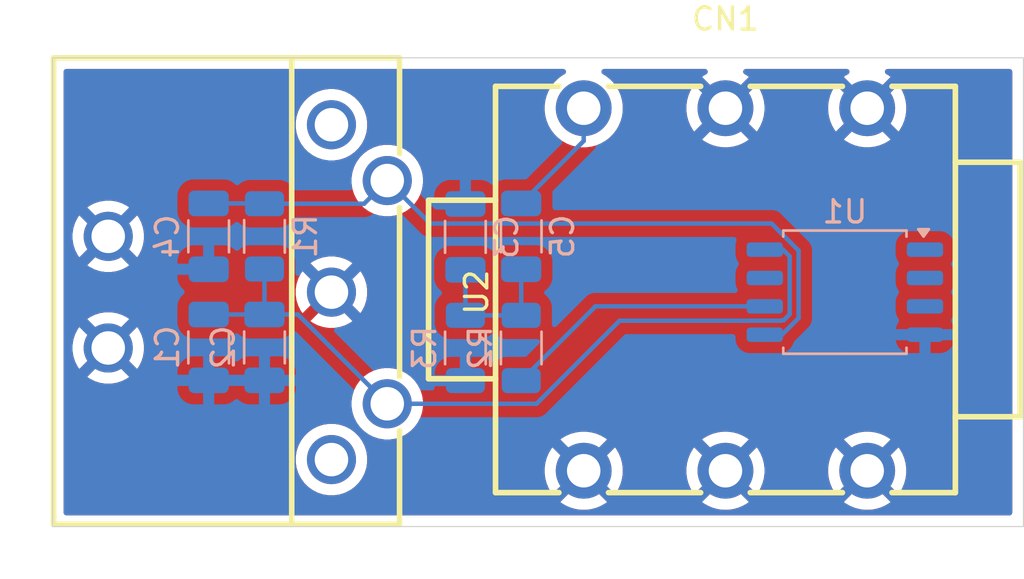
<source format=kicad_pcb>
(kicad_pcb (version 20241229) (generator "pcbnew") (generator_version "9.0")
  (layers (0 "F.Cu" signal) (2 "B.Cu" signal) (13 "F.Paste" user) (15 "B.Paste" user) (5 "F.SilkS" user "F.Silkscreen") (7 "B.SilkS" user "B.Silkscreen") (1 "F.Mask" user) (3 "B.Mask" user) (25 "Edge.Cuts" user))
  (net 0 "")
  (net 1 "Net-(U1-VCC)")
  (net 2 "Net-(C3-Pad1)")
  (net 3 "Net-(U1-AREF{slash}PB0)")
  (net 4 "Net-(U1-PB1)")
  (net 11 "Net-(CN1-R)")
  (net 12 "Net-(CN1-T)")
  (footprint "din5:CONN-TH_DIN-504D-M5" (layer "F.Cu") (at 23.75 25.5 -90)
    (property "Reference" "U2" (at 0 -10.25 90) (layer "F.SilkS"))
    (property "Value" "DIN-504D-M5")
    (fp_line (start -10.5 8.7) (end -10.5 -6.8) (stroke (width 0.25)) (layer "F.SilkS"))
    (fp_line (start 10.4 8.7) (end -10.5 8.7) (stroke (width 0.25)) (layer "F.SilkS"))
    (fp_line (start -10.5 -1.97) (end 10.4 -1.97) (stroke (width 0.25)) (layer "F.SilkS"))
    (fp_line (start -10.5 -6.8) (end -6.21 -6.8) (stroke (width 0.25)) (layer "F.SilkS"))
    (fp_line (start -3.79 -6.8) (end 3.79 -6.8) (stroke (width 0.25)) (layer "F.SilkS"))
    (fp_line (start 6.21 -6.8) (end 10.4 -6.8) (stroke (width 0.25)) (layer "F.SilkS"))
    (fp_line (start 10.4 -6.8) (end 10.4 8.7) (stroke (width 0.25)) (layer "F.SilkS"))
    (pad "1" thru_hole circle (at 7.5 -3.75 270) (size 2.2 2.2) (drill 1.500022) (layers "*.Cu" "*.Mask"))
    (pad "2" thru_hole circle (at 0 -3.75 270) (size 2.2 2.2) (drill 1.500022) (layers "*.Cu" "*.Mask") (net 11 "Net-(CN1-R)"))
    (pad "3" thru_hole circle (at -7.5 -3.75 270) (size 2.2 2.2) (drill 1.500022) (layers "*.Cu" "*.Mask"))
    (pad "4" thru_hole circle (at 5 -6.25 270) (size 2.2 2.2) (drill 1.500022) (layers "*.Cu" "*.Mask") (net 1 "Net-(U1-VCC)"))
    (pad "5" thru_hole circle (at -5 -6.25 270) (size 2.2 2.2) (drill 1.500022) (layers "*.Cu" "*.Mask") (net 3 "Net-(U1-AREF{slash}PB0)"))
    (pad "6" thru_hole circle (at -2.5 6.25 270) (size 2.2 2.2) (drill 1.500022) (layers "*.Cu" "*.Mask") (net 11 "Net-(CN1-R)"))
    (pad "7" thru_hole circle (at 2.5 6.25 270) (size 2.2 2.2) (drill 1.500022) (layers "*.Cu" "*.Mask") (net 11 "Net-(CN1-R)"))
  )
  (footprint "audio:AUDIO-TH_NMJ6HCD2" (layer "F.Cu") (at 45.15 25.38)
    (property "Reference" "CN1" (at 0 -12.12 0) (layer "F.SilkS"))
    (property "Value" "NMJ6HCD2")
    (fp_line (start -13.3 -4) (end -10.3 -4) (stroke (width 0.25)) (layer "F.SilkS"))
    (fp_line (start -13.3 4) (end -13.3 -4) (stroke (width 0.25)) (layer "F.SilkS"))
    (fp_line (start -10.3 -9.1) (end -7.46 -9.1) (stroke (width 0.25)) (layer "F.SilkS"))
    (fp_line (start -10.3 -4) (end -10.3 -9.1) (stroke (width 0.25)) (layer "F.SilkS"))
    (fp_line (start -10.3 -4) (end -10.3 4) (stroke (width 0.25)) (layer "F.SilkS"))
    (fp_line (start -10.3 4) (end -13.3 4) (stroke (width 0.25)) (layer "F.SilkS"))
    (fp_line (start -10.3 9.1) (end -10.3 4) (stroke (width 0.25)) (layer "F.SilkS"))
    (fp_line (start -7.46 9.1) (end -10.3 9.1) (stroke (width 0.25)) (layer "F.SilkS"))
    (fp_line (start -5.24 -9.1) (end -1.11 -9.1) (stroke (width 0.25)) (layer "F.SilkS"))
    (fp_line (start -1.11 9.1) (end -5.24 9.1) (stroke (width 0.25)) (layer "F.SilkS"))
    (fp_line (start 1.11 -9.1) (end 5.24 -9.1) (stroke (width 0.25)) (layer "F.SilkS"))
    (fp_line (start 5.24 9.1) (end 1.11 9.1) (stroke (width 0.25)) (layer "F.SilkS"))
    (fp_line (start 7.46 -9.1) (end 10.3 -9.1) (stroke (width 0.25)) (layer "F.SilkS"))
    (fp_line (start 10.3 -9.1) (end 10.3 -5.7) (stroke (width 0.25)) (layer "F.SilkS"))
    (fp_line (start 10.3 -5.7) (end 10.3 5.77) (stroke (width 0.25)) (layer "F.SilkS"))
    (fp_line (start 10.3 -5.7) (end 13.2 -5.7) (stroke (width 0.25)) (layer "F.SilkS"))
    (fp_line (start 10.3 5.7) (end 10.3 9.1) (stroke (width 0.25)) (layer "F.SilkS"))
    (fp_line (start 10.3 9.1) (end 7.46 9.1) (stroke (width 0.25)) (layer "F.SilkS"))
    (fp_line (start 13.2 -5.7) (end 13.2 5.7) (stroke (width 0.25)) (layer "F.SilkS"))
    (fp_line (start 13.2 5.7) (end 10.3 5.7) (stroke (width 0.25)) (layer "F.SilkS"))
    (pad "1" thru_hole circle (at -6.35 -8.12) (size 2.5 2.5) (drill 1.500022) (layers "*.Cu" "*.Mask") (net 12 "Net-(CN1-T)"))
    (pad "2" thru_hole circle (at 0 -8.12) (size 2.5 2.5) (drill 1.500022) (layers "*.Cu" "*.Mask") (net 11 "Net-(CN1-R)"))
    (pad "3" thru_hole circle (at 6.35 -8.12) (size 2.5 2.5) (drill 1.500022) (layers "*.Cu" "*.Mask") (net 11 "Net-(CN1-R)"))
    (pad "4" thru_hole circle (at -6.35 8.12) (size 2.5 2.5) (drill 1.500022) (layers "*.Cu" "*.Mask") (net 11 "Net-(CN1-R)"))
    (pad "5" thru_hole circle (at 0 8.12) (size 2.5 2.5) (drill 1.500022) (layers "*.Cu" "*.Mask") (net 11 "Net-(CN1-R)"))
    (pad "6" thru_hole circle (at 6.35 8.12) (size 2.5 2.5) (drill 1.500022) (layers "*.Cu" "*.Mask") (net 11 "Net-(CN1-R)"))
  )
  (footprint "Capacitor_SMD:C_1206_3216Metric" (layer "B.Cu") (at 22 23 -90)
    (property "Reference" "C4" (at 0 1.85 90) (layer "B.SilkS") (effects (justify mirror)))
    (property "Value" "1nF")
    (fp_line (start -0.711252 0.91) (end 0.711252 0.91) (stroke (width 0.12)) (layer "B.SilkS"))
    (fp_line (start -0.711252 -0.91) (end 0.711252 -0.91) (stroke (width 0.12)) (layer "B.SilkS"))
    (pad "1" smd roundrect (at -1.475 0 270) (size 1.15 1.8) (layers "B.Cu" "B.Mask" "B.Paste") (roundrect_rratio 0.217391) (net 3 "Net-(U1-AREF{slash}PB0)"))
    (pad "2" smd roundrect (at 1.475 0 270) (size 1.15 1.8) (layers "B.Cu" "B.Mask" "B.Paste") (roundrect_rratio 0.217391) (net 11 "Net-(CN1-R)"))
  )
  (footprint "Capacitor_SMD:C_1206_3216Metric" (layer "B.Cu") (at 24.5 27.975 -90)
    (property "Reference" "C2" (at 0 1.85 90) (layer "B.SilkS") (effects (justify mirror)))
    (property "Value" "100nF")
    (fp_line (start -0.711252 0.91) (end 0.711252 0.91) (stroke (width 0.12)) (layer "B.SilkS"))
    (fp_line (start -0.711252 -0.91) (end 0.711252 -0.91) (stroke (width 0.12)) (layer "B.SilkS"))
    (pad "1" smd roundrect (at -1.475 0 270) (size 1.15 1.8) (layers "B.Cu" "B.Mask" "B.Paste") (roundrect_rratio 0.217391) (net 1 "Net-(U1-VCC)"))
    (pad "2" smd roundrect (at 1.475 0 270) (size 1.15 1.8) (layers "B.Cu" "B.Mask" "B.Paste") (roundrect_rratio 0.217391) (net 11 "Net-(CN1-R)"))
  )
  (footprint "Resistor_SMD:R_1206_3216Metric" (layer "B.Cu") (at 33.5 28 -90)
    (property "Reference" "R3" (at 0 1.83 90) (layer "B.SilkS") (effects (justify mirror)))
    (property "Value" "10k")
    (fp_line (start -0.727064 0.91) (end 0.727064 0.91) (stroke (width 0.12)) (layer "B.SilkS"))
    (fp_line (start -0.727064 -0.91) (end 0.727064 -0.91) (stroke (width 0.12)) (layer "B.SilkS"))
    (pad "1" smd roundrect (at -1.4625 0 270) (size 1.125 1.75) (layers "B.Cu" "B.Mask" "B.Paste") (roundrect_rratio 0.222222) (net 2 "Net-(C3-Pad1)"))
    (pad "2" smd roundrect (at 1.4625 0 270) (size 1.125 1.75) (layers "B.Cu" "B.Mask" "B.Paste") (roundrect_rratio 0.222222) (net 11 "Net-(CN1-R)"))
  )
  (footprint "Capacitor_SMD:C_1206_3216Metric" (layer "B.Cu") (at 33.5 23.025 90)
    (property "Reference" "C3" (at 0 1.85 90) (layer "B.SilkS") (effects (justify mirror)))
    (property "Value" "1nF")
    (fp_line (start -0.711252 -0.91) (end 0.711252 -0.91) (stroke (width 0.12)) (layer "B.SilkS"))
    (fp_line (start -0.711252 0.91) (end 0.711252 0.91) (stroke (width 0.12)) (layer "B.SilkS"))
    (pad "1" smd roundrect (at -1.475 0 90) (size 1.15 1.8) (layers "B.Cu" "B.Mask" "B.Paste") (roundrect_rratio 0.217391) (net 2 "Net-(C3-Pad1)"))
    (pad "2" smd roundrect (at 1.475 0 90) (size 1.15 1.8) (layers "B.Cu" "B.Mask" "B.Paste") (roundrect_rratio 0.217391) (net 11 "Net-(CN1-R)"))
  )
  (footprint "Package_SO:SOIC-8_5.3x5.3mm_P1.27mm" (layer "B.Cu") (at 50.5 25.5 180)
    (property "Reference" "U1" (at 0 3.6 0) (layer "B.SilkS") (effects (justify mirror)))
    (property "Value" "ATtiny85-20S")
    (fp_line (start 2.76 2.76) (end 2.76 2.49) (stroke (width 0.12)) (layer "B.SilkS"))
    (fp_line (start 2.76 -2.76) (end 2.76 -2.49) (stroke (width 0.12)) (layer "B.SilkS"))
    (fp_line (start 0 2.76) (end 2.76 2.76) (stroke (width 0.12)) (layer "B.SilkS"))
    (fp_line (start 0 2.76) (end -2.76 2.76) (stroke (width 0.12)) (layer "B.SilkS"))
    (fp_line (start 0 -2.76) (end 2.76 -2.76) (stroke (width 0.12)) (layer "B.SilkS"))
    (fp_line (start 0 -2.76) (end -2.76 -2.76) (stroke (width 0.12)) (layer "B.SilkS"))
    (fp_line (start -2.76 2.76) (end -2.76 2.49) (stroke (width 0.12)) (layer "B.SilkS"))
    (fp_line (start -2.76 -2.76) (end -2.76 -2.49) (stroke (width 0.12)) (layer "B.SilkS"))
    (fp_poly (pts (xy -3.525 2.49) (xy -3.765 2.82) (xy -3.285 2.82)) (stroke (width 0.12)) (fill yes) (layer "B.SilkS"))
    (pad "1" smd roundrect (at -3.5875 1.905 180) (size 1.625 0.65) (layers "B.Cu" "B.Mask" "B.Paste"))
    (pad "2" smd roundrect (at -3.5875 0.635 180) (size 1.625 0.65) (layers "B.Cu" "B.Mask" "B.Paste"))
    (pad "3" smd roundrect (at -3.5875 -0.635 180) (size 1.625 0.65) (layers "B.Cu" "B.Mask" "B.Paste"))
    (pad "4" smd roundrect (at -3.5875 -1.905 180) (size 1.625 0.65) (layers "B.Cu" "B.Mask" "B.Paste") (net 11 "Net-(CN1-R)"))
    (pad "5" smd roundrect (at 3.5875 -1.905 180) (size 1.625 0.65) (layers "B.Cu" "B.Mask" "B.Paste") (net 3 "Net-(U1-AREF{slash}PB0)"))
    (pad "6" smd roundrect (at 3.5875 -0.635 180) (size 1.625 0.65) (layers "B.Cu" "B.Mask" "B.Paste") (net 4 "Net-(U1-PB1)"))
    (pad "7" smd roundrect (at 3.5875 0.635 180) (size 1.625 0.65) (layers "B.Cu" "B.Mask" "B.Paste"))
    (pad "8" smd roundrect (at 3.5875 1.905 180) (size 1.625 0.65) (layers "B.Cu" "B.Mask" "B.Paste") (net 1 "Net-(U1-VCC)"))
  )
  (footprint "Capacitor_SMD:C_1206_3216Metric" (layer "B.Cu") (at 22 27.975 -90)
    (property "Reference" "C1" (at 0 1.85 90) (layer "B.SilkS") (effects (justify mirror)))
    (property "Value" "10uF")
    (fp_line (start -0.711252 0.91) (end 0.711252 0.91) (stroke (width 0.12)) (layer "B.SilkS"))
    (fp_line (start -0.711252 -0.91) (end 0.711252 -0.91) (stroke (width 0.12)) (layer "B.SilkS"))
    (pad "1" smd roundrect (at -1.475 0 270) (size 1.15 1.8) (layers "B.Cu" "B.Mask" "B.Paste") (roundrect_rratio 0.217391) (net 1 "Net-(U1-VCC)"))
    (pad "2" smd roundrect (at 1.475 0 270) (size 1.15 1.8) (layers "B.Cu" "B.Mask" "B.Paste") (roundrect_rratio 0.217391) (net 11 "Net-(CN1-R)"))
  )
  (footprint "Capacitor_SMD:C_1206_3216Metric" (layer "B.Cu") (at 36 23 90)
    (property "Reference" "C5" (at 0 1.85 90) (layer "B.SilkS") (effects (justify mirror)))
    (property "Value" "10uF")
    (fp_line (start -0.711252 -0.91) (end 0.711252 -0.91) (stroke (width 0.12)) (layer "B.SilkS"))
    (fp_line (start -0.711252 0.91) (end 0.711252 0.91) (stroke (width 0.12)) (layer "B.SilkS"))
    (pad "1" smd roundrect (at -1.475 0 90) (size 1.15 1.8) (layers "B.Cu" "B.Mask" "B.Paste") (roundrect_rratio 0.217391) (net 2 "Net-(C3-Pad1)"))
    (pad "2" smd roundrect (at 1.475 0 90) (size 1.15 1.8) (layers "B.Cu" "B.Mask" "B.Paste") (roundrect_rratio 0.217391) (net 12 "Net-(CN1-T)"))
  )
  (footprint "Resistor_SMD:R_1206_3216Metric" (layer "B.Cu") (at 24.5 23 90)
    (property "Reference" "R1" (at 0 1.83 90) (layer "B.SilkS") (effects (justify mirror)))
    (property "Value" "2.2k")
    (fp_line (start -0.727064 -0.91) (end 0.727064 -0.91) (stroke (width 0.12)) (layer "B.SilkS"))
    (fp_line (start -0.727064 0.91) (end 0.727064 0.91) (stroke (width 0.12)) (layer "B.SilkS"))
    (pad "1" smd roundrect (at -1.4625 0 90) (size 1.125 1.75) (layers "B.Cu" "B.Mask" "B.Paste") (roundrect_rratio 0.222222) (net 1 "Net-(U1-VCC)"))
    (pad "2" smd roundrect (at 1.4625 0 90) (size 1.125 1.75) (layers "B.Cu" "B.Mask" "B.Paste") (roundrect_rratio 0.222222) (net 3 "Net-(U1-AREF{slash}PB0)"))
  )
  (footprint "Resistor_SMD:R_1206_3216Metric" (layer "B.Cu") (at 36 28 -90)
    (property "Reference" "R2" (at 0 1.83 90) (layer "B.SilkS") (effects (justify mirror)))
    (property "Value" "47k")
    (fp_line (start -0.727064 0.91) (end 0.727064 0.91) (stroke (width 0.12)) (layer "B.SilkS"))
    (fp_line (start -0.727064 -0.91) (end 0.727064 -0.91) (stroke (width 0.12)) (layer "B.SilkS"))
    (pad "1" smd roundrect (at -1.4625 0 270) (size 1.125 1.75) (layers "B.Cu" "B.Mask" "B.Paste") (roundrect_rratio 0.222222) (net 2 "Net-(C3-Pad1)"))
    (pad "2" smd roundrect (at 1.4625 0 270) (size 1.125 1.75) (layers "B.Cu" "B.Mask" "B.Paste") (roundrect_rratio 0.222222) (net 4 "Net-(U1-PB1)"))
  )
  (gr_rect (start 15 15) (end 58.5 36) (stroke (width 0.05)) (fill no) (layer "Edge.Cuts"))
  (segment (start 47.75899 26.761) (end 47.673314 26.761) (width 0.2) (layer "B.Cu") (net 1))
  (segment (start 48.026 23.896001) (end 48.026 26.49399) (width 0.2) (layer "B.Cu") (net 1))
  (segment (start 24.5 24.4625) (end 24.5 26.5) (width 0.2) (layer "B.Cu") (net 1))
  (segment (start 26 26.5) (end 24.5 26.5) (width 0.2) (layer "B.Cu") (net 1))
  (segment (start 47.724999 23.595) (end 48.026 23.896001) (width 0.2) (layer "B.Cu") (net 1))
  (segment (start 22 26.5) (end 24.5 26.5) (width 0.2) (layer "B.Cu") (net 1))
  (segment (start 47.655314 26.779) (end 40.40716 26.779) (width 0.2) (layer "B.Cu") (net 1))
  (segment (start 47.673314 26.761) (end 47.655314 26.779) (width 0.2) (layer "B.Cu") (net 1))
  (segment (start 36.68616 30.5) (end 30 30.5) (width 0.2) (layer "B.Cu") (net 1))
  (segment (start 46.9125 23.595) (end 47.724999 23.595) (width 0.2) (layer "B.Cu") (net 1))
  (segment (start 30 30.5) (end 26 26.5) (width 0.2) (layer "B.Cu") (net 1))
  (segment (start 48.026 26.49399) (end 47.75899 26.761) (width 0.2) (layer "B.Cu") (net 1))
  (segment (start 40.40716 26.779) (end 36.68616 30.5) (width 0.2) (layer "B.Cu") (net 1))
  (segment (start 33.5 26.5375) (end 36 26.5375) (width 0.2) (layer "B.Cu") (net 2))
  (segment (start 33.5 24.5) (end 33.5 26.5375) (width 0.2) (layer "B.Cu") (net 2))
  (segment (start 36 24.475) (end 36 26.5375) (width 0.2) (layer "B.Cu") (net 2))
  (segment (start 46.9125 27.405) (end 47.68209 27.405) (width 0.2) (layer "B.Cu") (net 3))
  (segment (start 47.68209 27.405) (end 48.427 26.66009) (width 0.2) (layer "B.Cu") (net 3))
  (segment (start 28.9625 21.5375) (end 30 20.5) (width 0.2) (layer "B.Cu") (net 3))
  (segment (start 48.427 23.63701) (end 47.21599 22.426) (width 0.2) (layer "B.Cu") (net 3))
  (segment (start 31.926 22.426) (end 30 20.5) (width 0.2) (layer "B.Cu") (net 3))
  (segment (start 24.5 21.5375) (end 28.9625 21.5375) (width 0.2) (layer "B.Cu") (net 3))
  (segment (start 48.427 26.66009) (end 48.427 23.63701) (width 0.2) (layer "B.Cu") (net 3))
  (segment (start 47.21599 22.426) (end 31.926 22.426) (width 0.2) (layer "B.Cu") (net 3))
  (segment (start 22 21.525) (end 24.4875 21.525) (width 0.2) (layer "B.Cu") (net 3))
  (segment (start 24.4875 21.525) (end 24.5 21.5375) (width 0.2) (layer "B.Cu") (net 3))
  (segment (start 36 29.4625) (end 39.3275 26.135) (width 0.2) (layer "B.Cu") (net 4))
  (segment (start 39.3275 26.135) (end 46.9125 26.135) (width 0.2) (layer "B.Cu") (net 4))
  (segment (start 36 21.525) (end 38.8 18.725) (width 0.2) (layer "B.Cu") (net 12))
  (segment (start 38.8 18.725) (end 38.8 17.26) (width 0.2) (layer "B.Cu") (net 12))
  (zone (net 11) (net_name "Net-(CN1-R)") (layers "F.Cu" "B.Cu") (connect_pads (clearance 0.5)) (min_thickness 0.25) (fill yes (thermal_gap 0.5) (thermal_bridge_width 0.5))
    (polygon (pts (xy 15 15) (xy 58.5 15) (xy 58.5 36) (xy 15 36)))
  )
)
</source>
